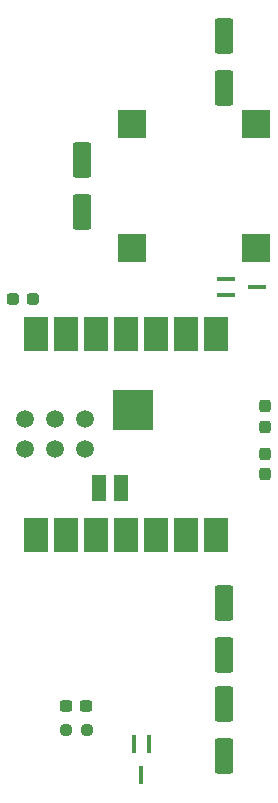
<source format=gtp>
G04 #@! TF.GenerationSoftware,KiCad,Pcbnew,7.0.7*
G04 #@! TF.CreationDate,2024-01-03T18:51:49-05:00*
G04 #@! TF.ProjectId,sunlight_pcb,73756e6c-6967-4687-945f-7063622e6b69,rev?*
G04 #@! TF.SameCoordinates,Original*
G04 #@! TF.FileFunction,Paste,Top*
G04 #@! TF.FilePolarity,Positive*
%FSLAX46Y46*%
G04 Gerber Fmt 4.6, Leading zero omitted, Abs format (unit mm)*
G04 Created by KiCad (PCBNEW 7.0.7) date 2024-01-03 18:51:49*
%MOMM*%
%LPD*%
G01*
G04 APERTURE LIST*
G04 Aperture macros list*
%AMRoundRect*
0 Rectangle with rounded corners*
0 $1 Rounding radius*
0 $2 $3 $4 $5 $6 $7 $8 $9 X,Y pos of 4 corners*
0 Add a 4 corners polygon primitive as box body*
4,1,4,$2,$3,$4,$5,$6,$7,$8,$9,$2,$3,0*
0 Add four circle primitives for the rounded corners*
1,1,$1+$1,$2,$3*
1,1,$1+$1,$4,$5*
1,1,$1+$1,$6,$7*
1,1,$1+$1,$8,$9*
0 Add four rect primitives between the rounded corners*
20,1,$1+$1,$2,$3,$4,$5,0*
20,1,$1+$1,$4,$5,$6,$7,0*
20,1,$1+$1,$6,$7,$8,$9,0*
20,1,$1+$1,$8,$9,$2,$3,0*%
G04 Aperture macros list end*
%ADD10RoundRect,0.250000X-0.550000X1.250000X-0.550000X-1.250000X0.550000X-1.250000X0.550000X1.250000X0*%
%ADD11RoundRect,0.237500X-0.237500X0.287500X-0.237500X-0.287500X0.237500X-0.287500X0.237500X0.287500X0*%
%ADD12RoundRect,0.237500X0.250000X0.237500X-0.250000X0.237500X-0.250000X-0.237500X0.250000X-0.237500X0*%
%ADD13RoundRect,0.237500X0.237500X-0.287500X0.237500X0.287500X-0.237500X0.287500X-0.237500X-0.287500X0*%
%ADD14RoundRect,0.237500X0.287500X0.237500X-0.287500X0.237500X-0.287500X-0.237500X0.287500X-0.237500X0*%
%ADD15R,2.489200X2.489200*%
%ADD16RoundRect,0.237500X-0.300000X-0.237500X0.300000X-0.237500X0.300000X0.237500X-0.300000X0.237500X0*%
%ADD17R,0.450000X1.500000*%
%ADD18R,1.500000X0.450000*%
%ADD19R,3.500000X3.500000*%
%ADD20R,1.300000X2.300000*%
%ADD21C,1.500000*%
%ADD22R,2.000000X3.000000*%
G04 APERTURE END LIST*
D10*
X90500000Y-60300000D03*
X90500000Y-64700000D03*
X102500000Y-97800000D03*
X102500000Y-102200000D03*
D11*
X106000000Y-86875000D03*
X106000000Y-85125000D03*
D12*
X90912500Y-108500000D03*
X89087500Y-108500000D03*
D13*
X106000000Y-81125000D03*
X106000000Y-82875000D03*
D10*
X102500000Y-106300000D03*
X102500000Y-110700000D03*
D14*
X86375000Y-72000000D03*
X84625000Y-72000000D03*
D10*
X102500000Y-54200000D03*
X102500000Y-49800000D03*
D15*
X105250000Y-67750000D03*
X105250000Y-57250000D03*
X94750000Y-57250000D03*
X94750000Y-67750000D03*
D16*
X90862500Y-106500000D03*
X89137500Y-106500000D03*
D17*
X95500000Y-112330000D03*
X94850000Y-109670000D03*
X96150000Y-109670000D03*
D18*
X105330000Y-71000000D03*
X102670000Y-71650000D03*
X102670000Y-70350000D03*
D19*
X94812015Y-81400000D03*
D20*
X93812015Y-88000000D03*
X91912015Y-88000000D03*
D21*
X90712015Y-82230000D03*
X90712015Y-84770000D03*
X88172015Y-82230000D03*
X88172015Y-84770000D03*
X85632015Y-82230000D03*
X85632015Y-84770000D03*
D22*
X86592015Y-75000000D03*
X89132015Y-75000000D03*
X91672015Y-75000000D03*
X94212015Y-75000000D03*
X96752015Y-75000000D03*
X99292015Y-75000000D03*
X101832015Y-75000000D03*
X101832015Y-92000000D03*
X99292015Y-92000000D03*
X96752015Y-92000000D03*
X94212015Y-92000000D03*
X91672015Y-92000000D03*
X89132015Y-92000000D03*
X86592015Y-92000000D03*
M02*

</source>
